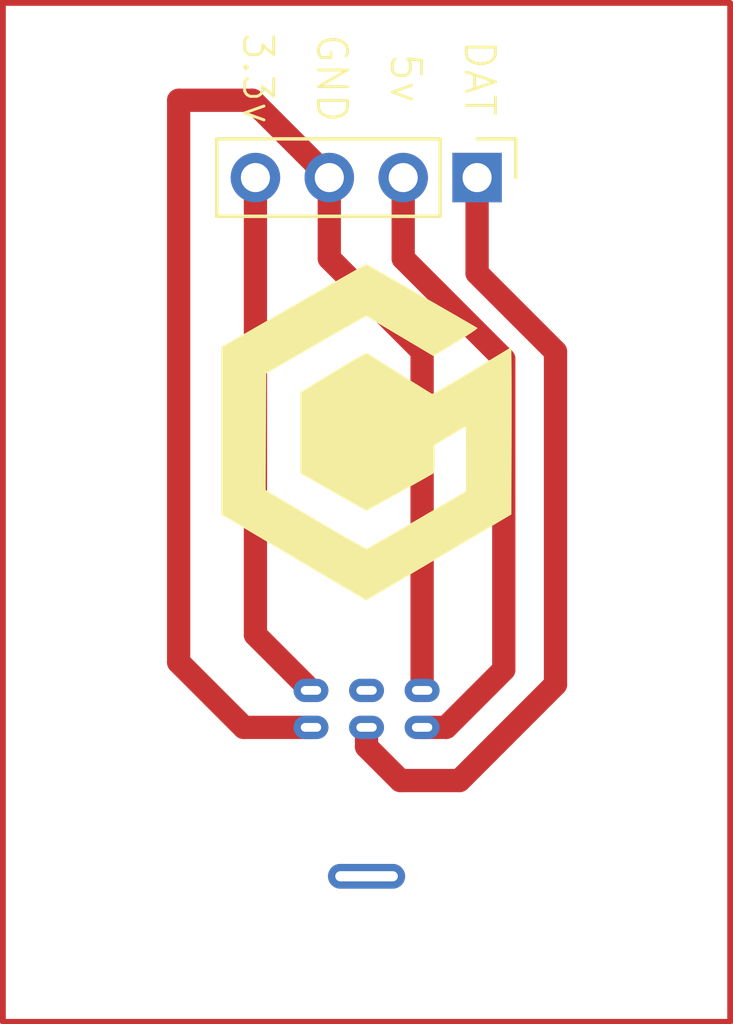
<source format=kicad_pcb>
(kicad_pcb (version 20240108) (generator "pcbnew") (generator_version "8.0")
  (layers (0 "F.Cu" signal) (31 "B.Cu" signal) (34 "B.Paste" user) (35 "F.Paste" user) (36 "B.SilkS" user "B.Silkscreen") (37 "F.SilkS" user "F.Silkscreen") (38 "B.Mask" user) (39 "F.Mask" user) (44 "Edge.Cuts" user))
  (net 0 "")
  (footprint "" (layer "F.Cu") (at 136.8826 101.29758)
    (property "Reference" "" (at 0 0 0) (layer "F.SilkS") (effects (font (size 1.27 1.27))))
    (property "Value" "")
    (pad "3" thru_hole oval (at 0 0) (size 1.2 0.8) (drill oval 0.7 0.3) (layers "*.Cu" "*.Mask"))
  )
  (footprint "" (layer "F.Cu") (at 140.7026 100.02758)
    (property "Reference" "" (at 0 0 0) (layer "F.SilkS") (effects (font (size 1.27 1.27))))
    (property "Value" "")
    (pad "4" thru_hole oval (at 0 0) (size 1.2 0.8) (drill oval 0.7 0.3) (layers "*.Cu" "*.Mask"))
  )
  (footprint "LOGO" (layer "F.Cu") (at 138.786903 91.1606)
    (property "Reference" "G***" (hide yes))
    (property "Value" "LOGO" (hide yes))
    (fp_poly (pts (xy 1.896671 -4.691905) (xy 2.246684 -4.491467) (xy 2.576799 -4.302082) (xy 2.880944 -4.127255) (xy 3.153047 -3.970494) (xy 3.387036 -3.835306) (xy 3.576839 -3.725196) (xy 3.716384 -3.643672) (xy 3.799599 -3.594239) (xy 3.821294 -3.580427) (xy 3.798622 -3.553566) (xy 3.718521 -3.493132) (xy 3.589675 -3.404963) (xy 3.420771 -3.294895) (xy 3.220495 -3.168762) (xy 3.080695 -3.082809) (xy 2.30956 -2.612962) (xy 1.164401 -3.293616) (xy 0.895598 -3.453345) (xy 0.648131 -3.600316) (xy 0.429698 -3.729966) (xy 0.247993 -3.837728) (xy 0.110714 -3.919039) (xy 0.025556 -3.969334) (xy 0 -3.984239) (xy -0.036051 -3.967496) (xy -0.132371 -3.91569) (xy -0.282652 -3.832387) (xy -0.480589 -3.721152) (xy -0.719874 -3.58555) (xy -0.994201 -3.429147) (xy -1.297264 -3.255506) (xy -1.622755 -3.068193) (xy -1.731818 -3.005256) (xy -3.444394 -2.016303) (xy -3.454022 -0.017167) (xy -3.46365 1.981969) (xy -1.752987 2.995388) (xy -1.421633 3.190832) (xy -1.109335 3.373387) (xy -0.822502 3.539423) (xy -0.567542 3.685306) (xy -0.350865 3.807405) (xy -0.178879 3.902088) (xy -0.057993 3.965722) (xy 0.005384 3.994675) (xy 0.012613 3.995994) (xy 0.05572 3.974556) (xy 0.158667 3.917871) (xy 0.314933 3.829683) (xy 0.517993 3.713735) (xy 0.761326 3.57377) (xy 1.038406 3.413529) (xy 1.342713 3.236757) (xy 1.667721 3.047195) (xy 1.745335 3.001818) (xy 3.42312 2.020454) (xy 3.424136 0.914015) (xy 3.423938 0.63113) (xy 3.42288 0.374959) (xy 3.421073 0.155111) (xy 3.418626 -0.018806) (xy 3.41565 -0.137182) (xy 3.412256 -0.190408) (xy 3.411428 -0.192424) (xy 3.375609 -0.173478) (xy 3.28544 -0.121111) (xy 3.152252 -0.042032) (xy 2.987376 0.057048) (xy 2.86818 0.129242) (xy 2.338656 0.450908) (xy 2.345015 0.911893) (xy 2.345317 1.128813) (xy 2.338677 1.278427) (xy 2.324276 1.370156) (xy 2.301369 1.413359) (xy 2.256683 1.441115) (xy 2.152825 1.501291) (xy 1.998072 1.589226) (xy 1.8007 1.700259) (xy 1.568985 1.829727) (xy 1.311203 1.972968) (xy 1.123706 2.076711) (xy -0.003952 2.699581) (xy -1.137279 2.056196) (xy -2.270606 1.41281) (xy -2.270606 0.019816) (xy -2.270606 -1.373179) (xy -1.153924 -2.05668) (xy -0.888537 -2.217749) (xy -0.642879 -2.364219) (xy -0.424875 -2.491568) (xy -0.242448 -2.595275) (xy -0.103525 -2.670816) (xy -0.016028 -2.713669) (xy 0.011185 -2.721599) (xy 0.054314 -2.697154) (xy 0.154361 -2.636357) (xy 0.30332 -2.5442) (xy 0.493186 -2.425674) (xy 0.715953 -2.28577) (xy 0.963616 -2.12948) (xy 1.136245 -2.020143) (xy 1.395847 -1.855829) (xy 1.63575 -1.70464) (xy 1.847963 -1.571563) (xy 2.024493 -1.461582) (xy 2.157346 -1.379684) (xy 2.238531 -1.330855) (xy 2.259911 -1.319171) (xy 2.30203 -1.334615) (xy 2.40241 -1.386305) (xy 2.553802 -1.470077) (xy 2.748961 -1.581766) (xy 2.980639 -1.717207) (xy 3.241588 -1.872234) (xy 3.524562 -2.042684) (xy 3.624387 -2.10334) (xy 3.91285 -2.278859) (xy 4.181016 -2.441755) (xy 4.421719 -2.587696) (xy 4.627796 -2.71235) (xy 4.792081 -2.811384) (xy 4.907409 -2.880468) (xy 4.966615 -2.915268) (xy 4.972676 -2.918517) (xy 4.977509 -2.883139) (xy 4.981852 -2.776716) (xy 4.98566 -2.60517) (xy 4.988892 -2.374426) (xy 4.991504 -2.090406) (xy 4.993451 -1.759033) (xy 4.994692 -1.386229) (xy 4.995182 -0.97792) (xy 4.994878 -0.540026) (xy 4.993737 -0.078473) (xy 4.993655 -0.054148) (xy 4.983788 2.823131) (xy 2.501515 4.296021) (xy 2.102111 4.532871) (xy 1.722037 4.757985) (xy 1.366465 4.968314) (xy 1.040569 5.160813) (xy 0.749519 5.332434) (xy 0.49849 5.480131) (xy 0.292652 5.600857) (xy 0.13718 5.691566) (xy 0.037245 5.74921) (xy -0.00198 5.770743) (xy -0.002272 5.770819) (xy -0.038013 5.751958) (xy -0.134726 5.696775) (xy -0.287237 5.608312) (xy -0.490374 5.48961) (xy -0.738965 5.343708) (xy -1.027838 5.173649) (xy -1.351821 4.982473) (xy -1.705741 4.773221) (xy -2.084425 4.548934) (xy -2.482702 4.312652) (xy -2.503787 4.300133) (xy -4.983788 2.827538) (xy -4.983788 -0.051071) (xy -4.983788 -2.929681) (xy -2.636212 -4.277326) (xy -2.242387 -4.503289) (xy -1.865175 -4.719495) (xy -1.510351 -4.922649) (xy -1.18369 -5.109455) (xy -0.890967 -5.276617) (xy -0.637957 -5.42084) (xy -0.430433 -5.538827) (xy -0.27417 -5.627283) (xy -0.174943 -5.682912) (xy -0.143026 -5.700291) (xy 0.002585 -5.77561)) (fill solid) (layer "F.SilkS"))
  )
  (footprint "Connector_PinHeader_2.54mm:PinHeader_1x04_P2.54mm_Vertical" (layer "F.Cu") (at 142.5926 82.4122 -90)
    (property "Reference" "REF**" (hide yes))
    (property "Value" "PinHeader_1x04_P2.54mm_Vertical" (hide yes))
    (fp_line (start -1.33 8.95) (end 1.33 8.95) (stroke (width 0.12)) (layer "F.SilkS"))
    (fp_line (start -1.33 1.27) (end -1.33 8.95) (stroke (width 0.12)) (layer "F.SilkS"))
    (fp_line (start -1.33 1.27) (end 1.33 1.27) (stroke (width 0.12)) (layer "F.SilkS"))
    (fp_line (start 1.33 1.27) (end 1.33 8.95) (stroke (width 0.12)) (layer "F.SilkS"))
    (fp_line (start -1.33 0) (end -1.33 -1.33) (stroke (width 0.12)) (layer "F.SilkS"))
    (fp_line (start -1.33 -1.33) (end 0 -1.33) (stroke (width 0.12)) (layer "F.SilkS"))
    (pad "1" thru_hole rect (at 0 0 270) (size 1.7 1.7) (drill 1) (layers "*.Cu" "*.Mask"))
    (pad "2" thru_hole oval (at 0 2.54 270) (size 1.7 1.7) (drill 1) (layers "*.Cu" "*.Mask"))
    (pad "3" thru_hole oval (at 0 5.08 270) (size 1.7 1.7) (drill 1) (layers "*.Cu" "*.Mask"))
    (pad "4" thru_hole oval (at 0 7.62 270) (size 1.7 1.7) (drill 1) (layers "*.Cu" "*.Mask"))
  )
  (footprint "" (layer "F.Cu") (at 138.7926 100.02758)
    (property "Reference" "" (at 0 0 0) (layer "F.SilkS") (effects (font (size 1.27 1.27))))
    (property "Value" "")
    (pad "5" thru_hole oval (at 0 0) (size 1.2 0.8) (drill oval 0.7 0.3) (layers "*.Cu" "*.Mask"))
  )
  (footprint "" (layer "F.Cu") (at 138.7926 106.41258)
    (property "Reference" "" (at 0 0 0) (layer "F.SilkS") (effects (font (size 1.27 1.27))))
    (property "Value" "")
    (pad "0" thru_hole oval (at 0 0) (size 2.65 0.85) (drill oval 2.15 0.35) (layers "*.Cu" "*.Mask"))
  )
  (footprint "" (layer "F.Cu") (at 138.7926 101.29758)
    (property "Reference" "" (at 0 0 0) (layer "F.SilkS") (effects (font (size 1.27 1.27))))
    (property "Value" "")
    (pad "2" thru_hole oval (at 0 0) (size 1.2 0.8) (drill oval 0.7 0.3) (layers "*.Cu" "*.Mask"))
  )
  (footprint "" (layer "F.Cu") (at 140.7026 101.29758)
    (property "Reference" "" (at 0 0 0) (layer "F.SilkS") (effects (font (size 1.27 1.27))))
    (property "Value" "")
    (pad "1" thru_hole oval (at 0 0) (size 1.2 0.8) (drill oval 0.7 0.3) (layers "*.Cu" "*.Mask"))
  )
  (footprint "" (layer "F.Cu") (at 136.8826 100.02758)
    (property "Reference" "" (at 0 0 0) (layer "F.SilkS") (effects (font (size 1.27 1.27))))
    (property "Value" "")
    (pad "6" thru_hole oval (at 0 0) (size 1.2 0.8) (drill oval 0.7 0.3) (layers "*.Cu" "*.Mask"))
  )
  (gr_rect (start 126.2926 76.41213) (end 151.2926 111.41213) (stroke (width 0.2)) (fill none) (layer "F.Cu"))
  (gr_text "5v" (at 139.5526 78.078867 -90) (layer "F.SilkS") (effects (font (size 1 1) (thickness 0.1)) (justify left bottom)))
  (gr_text "3.3v" (at 134.4726 77.364581 -90) (layer "F.SilkS") (effects (font (size 1 1) (thickness 0.1)) (justify left bottom)))
  (gr_text "DAT" (at 142.0926 77.626486 -90) (layer "F.SilkS") (effects (font (size 1 1) (thickness 0.1)) (justify left bottom)))
  (gr_text "GND" (at 137.0126 77.4122 -90) (layer "F.SilkS") (effects (font (size 1 1) (thickness 0.1)) (justify left bottom)))
  (segment (start 145.288 88.392) (end 145.288 99.822) (width 0.8) (layer "F.Cu") (net 0))
  (segment (start 143.51 88.646) (end 140.0526 85.1886) (width 0.8) (layer "F.Cu") (net 0))
  (segment (start 140.0526 82.4122) (end 140.0526 85.1886) (width 0.8) (layer "F.Cu") (net 0))
  (segment (start 134.9726 98.11758) (end 136.8826 100.02758) (width 0.8) (layer "F.Cu") (net 0))
  (segment (start 139.954 103.124) (end 138.7926 101.9626) (width 0.8) (layer "F.Cu") (net 0))
  (segment (start 137.5126 82.4122) (end 134.874 79.7736) (width 0.8) (layer "F.Cu") (net 0))
  (segment (start 138.7926 101.9626) (end 138.7926 101.29758) (width 0.8) (layer "F.Cu") (net 0))
  (segment (start 140.7026 101.29758) (end 141.52642 101.29758) (width 0.8) (layer "F.Cu") (net 0))
  (segment (start 134.57158 101.29758) (end 132.334 99.06) (width 0.8) (layer "F.Cu") (net 0))
  (segment (start 142.5926 82.4122) (end 142.5926 85.6966) (width 0.8) (layer "F.Cu") (net 0))
  (segment (start 141.52642 101.29758) (end 143.51 99.314) (width 0.8) (layer "F.Cu") (net 0))
  (segment (start 140.7026 88.3786) (end 137.5126 85.1886) (width 0.8) (layer "F.Cu") (net 0))
  (segment (start 143.51 99.314) (end 143.51 88.646) (width 0.8) (layer "F.Cu") (net 0))
  (segment (start 142.5926 85.6966) (end 145.288 88.392) (width 0.8) (layer "F.Cu") (net 0))
  (segment (start 134.9726 82.4122) (end 134.9726 98.11758) (width 0.8) (layer "F.Cu") (net 0))
  (segment (start 132.334 79.756) (end 132.334 99.06) (width 0.8) (layer "F.Cu") (net 0))
  (segment (start 145.288 99.822) (end 141.986 103.124) (width 0.8) (layer "F.Cu") (net 0))
  (segment (start 141.986 103.124) (end 139.954 103.124) (width 0.8) (layer "F.Cu") (net 0))
  (segment (start 138.7926 101.29758) (end 138.7926 101.30652) (width 0.5) (layer "F.Cu") (net 0))
  (segment (start 137.5126 85.1886) (end 137.5126 82.4122) (width 0.8) (layer "F.Cu") (net 0))
  (segment (start 136.8826 101.29758) (end 134.57158 101.29758) (width 0.8) (layer "F.Cu") (net 0))
  (segment (start 134.874 79.756) (end 132.334 79.756) (width 0.8) (layer "F.Cu") (net 0))
  (segment (start 134.874 79.7736) (end 134.874 79.756) (width 0.8) (layer "F.Cu") (net 0))
  (segment (start 140.7026 100.02758) (end 140.7026 88.3786) (width 0.8) (layer "F.Cu") (net 0))
)
</source>
